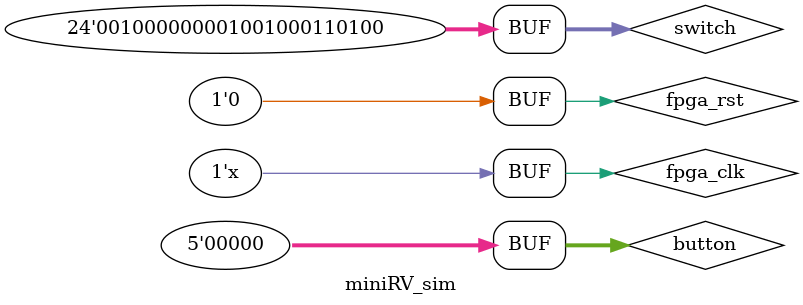
<source format=v>
`timescale 1ns / 1ps

module miniRV_sim();

    reg fpga_rst;
    reg fpga_clk;
    reg [23:0] switch;
    reg [ 4:0] button;
    
    wire [ 7:0]  dig_en;
    wire         DN_A;
    wire         DN_B;
    wire         DN_C;
    wire         DN_D;
    wire         DN_E;
    wire         DN_F;
    wire         DN_G;
    wire         DN_DP;
    wire [23:0]  led;

    initial begin
        fpga_rst = 1;
        fpga_clk = 0;
        #23
        fpga_rst = 0;
        switch   = 24'h20_12_34;
        button   = 5'h0;
    end

    always #5 fpga_clk = !fpga_clk;

    miniRV_SoC DUT (
        .fpga_rst   (fpga_rst),
        .fpga_clk   (fpga_clk),
        .sw         (switch),
        .button     (button),
        .dig_en     (dig_en),
        .DN_A       (DN_A),
        .DN_B       (DN_B),
        .DN_C       (DN_C),
        .DN_D       (DN_D),
        .DN_E       (DN_E),
        .DN_F       (DN_F),
        .DN_G       (DN_G),
        .DN_DP      (DN_DP),
        .led        (led)
    );

endmodule

</source>
